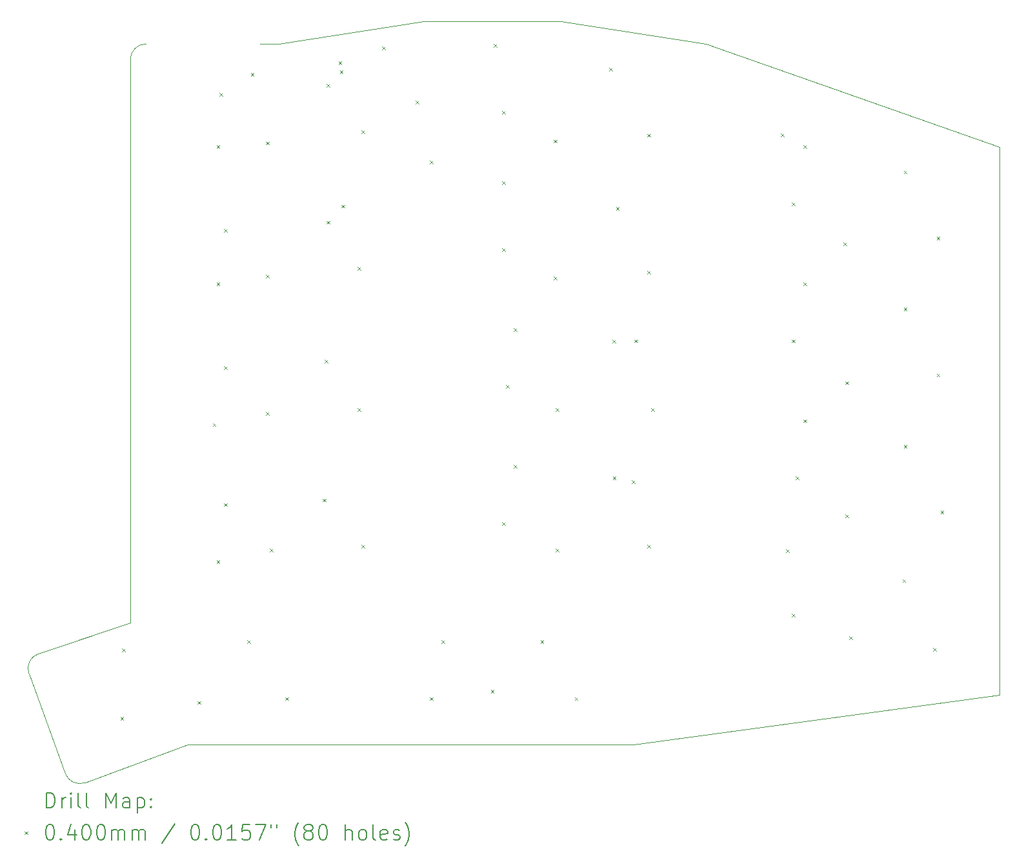
<source format=gbr>
%TF.GenerationSoftware,KiCad,Pcbnew,7.0.1-0*%
%TF.CreationDate,2023-04-06T16:29:40+08:00*%
%TF.ProjectId,Input,496e7075-742e-46b6-9963-61645f706362,2*%
%TF.SameCoordinates,PX7bfa480PY6052340*%
%TF.FileFunction,Drillmap*%
%TF.FilePolarity,Positive*%
%FSLAX45Y45*%
G04 Gerber Fmt 4.5, Leading zero omitted, Abs format (unit mm)*
G04 Created by KiCad (PCBNEW 7.0.1-0) date 2023-04-06 16:29:40*
%MOMM*%
%LPD*%
G01*
G04 APERTURE LIST*
%ADD10C,0.100000*%
%ADD11C,0.200000*%
%ADD12C,0.040000*%
G04 APERTURE END LIST*
D10*
X2900000Y5000000D02*
X1000000Y4700000D01*
X-2162589Y-3310789D02*
G75*
G03*
X-2282123Y-3567134I68409J-187941D01*
G01*
X6600000Y4700000D02*
X4700000Y5000000D01*
X-750000Y4700000D02*
X-750000Y4700000D01*
X-950000Y4500000D02*
X-950000Y-2900000D01*
X1000000Y4700000D02*
X750000Y4700000D01*
X5650000Y-4500000D02*
X10450000Y-3850000D01*
X-200000Y-4500000D02*
X5650000Y-4500000D01*
X-750000Y4700000D02*
G75*
G03*
X-950000Y4500000I0J-200000D01*
G01*
X-1803299Y-4882706D02*
G75*
G03*
X-1546952Y-5002239I187939J68406D01*
G01*
X-1546952Y-5002239D02*
X-200000Y-4500000D01*
X-2162588Y-3310792D02*
X-950000Y-2900000D01*
X10450000Y3350000D02*
X6600000Y4700000D01*
X4700000Y5000000D02*
X2900000Y5000000D01*
X10450000Y-3850000D02*
X10450000Y3350000D01*
X-2282123Y-3567134D02*
X-1803294Y-4882704D01*
D11*
D12*
X-1080000Y-4140000D02*
X-1040000Y-4180000D01*
X-1040000Y-4140000D02*
X-1080000Y-4180000D01*
X-1062385Y-3237615D02*
X-1022385Y-3277615D01*
X-1022385Y-3237615D02*
X-1062385Y-3277615D01*
X-70000Y-3930000D02*
X-30000Y-3970000D01*
X-30000Y-3930000D02*
X-70000Y-3970000D01*
X130000Y-280000D02*
X170000Y-320000D01*
X170000Y-280000D02*
X130000Y-320000D01*
X180000Y3370000D02*
X220000Y3330000D01*
X220000Y3370000D02*
X180000Y3330000D01*
X180000Y1570000D02*
X220000Y1530000D01*
X220000Y1570000D02*
X180000Y1530000D01*
X180000Y-2080000D02*
X220000Y-2120000D01*
X220000Y-2080000D02*
X180000Y-2120000D01*
X216986Y4056986D02*
X256986Y4016986D01*
X256986Y4056986D02*
X216986Y4016986D01*
X280000Y470000D02*
X320000Y430000D01*
X320000Y470000D02*
X280000Y430000D01*
X280000Y-1330000D02*
X320000Y-1370000D01*
X320000Y-1330000D02*
X280000Y-1370000D01*
X280000Y2270000D02*
X320000Y2230000D01*
X320000Y2270000D02*
X280000Y2230000D01*
X580000Y-3130000D02*
X620000Y-3170000D01*
X620000Y-3130000D02*
X580000Y-3170000D01*
X630000Y4323300D02*
X670000Y4283300D01*
X670000Y4323300D02*
X630000Y4283300D01*
X830000Y3420000D02*
X870000Y3380000D01*
X870000Y3420000D02*
X830000Y3380000D01*
X830000Y1670000D02*
X870000Y1630000D01*
X870000Y1670000D02*
X830000Y1630000D01*
X830000Y-130000D02*
X870000Y-170000D01*
X870000Y-130000D02*
X830000Y-170000D01*
X880000Y-1930000D02*
X920000Y-1970000D01*
X920000Y-1930000D02*
X880000Y-1970000D01*
X1080000Y-3880000D02*
X1120000Y-3920000D01*
X1120000Y-3880000D02*
X1080000Y-3920000D01*
X1572500Y-1272500D02*
X1612500Y-1312500D01*
X1612500Y-1272500D02*
X1572500Y-1312500D01*
X1596250Y553750D02*
X1636250Y513750D01*
X1636250Y553750D02*
X1596250Y513750D01*
X1622500Y4177500D02*
X1662500Y4137500D01*
X1662500Y4177500D02*
X1622500Y4137500D01*
X1622500Y2377500D02*
X1662500Y2337500D01*
X1662500Y2377500D02*
X1622500Y2337500D01*
X1780000Y4470000D02*
X1820000Y4430000D01*
X1820000Y4470000D02*
X1780000Y4430000D01*
X1797500Y4352500D02*
X1837500Y4312500D01*
X1837500Y4352500D02*
X1797500Y4312500D01*
X1820000Y2590000D02*
X1860000Y2550000D01*
X1860000Y2590000D02*
X1820000Y2550000D01*
X2030000Y1770000D02*
X2070000Y1730000D01*
X2070000Y1770000D02*
X2030000Y1730000D01*
X2030000Y-80000D02*
X2070000Y-120000D01*
X2070000Y-80000D02*
X2030000Y-120000D01*
X2080000Y3570000D02*
X2120000Y3530000D01*
X2120000Y3570000D02*
X2080000Y3530000D01*
X2080000Y-1880000D02*
X2120000Y-1920000D01*
X2120000Y-1880000D02*
X2080000Y-1920000D01*
X2350000Y4670000D02*
X2390000Y4630000D01*
X2390000Y4670000D02*
X2350000Y4630000D01*
X2795000Y3955000D02*
X2835000Y3915000D01*
X2835000Y3955000D02*
X2795000Y3915000D01*
X2980000Y3170000D02*
X3020000Y3130000D01*
X3020000Y3170000D02*
X2980000Y3130000D01*
X2980000Y-3880000D02*
X3020000Y-3920000D01*
X3020000Y-3880000D02*
X2980000Y-3920000D01*
X3130000Y-3130000D02*
X3170000Y-3170000D01*
X3170000Y-3130000D02*
X3130000Y-3170000D01*
X3780000Y-3780000D02*
X3820000Y-3820000D01*
X3820000Y-3780000D02*
X3780000Y-3820000D01*
X3820000Y4700000D02*
X3860000Y4660000D01*
X3860000Y4700000D02*
X3820000Y4660000D01*
X3930000Y3820000D02*
X3970000Y3780000D01*
X3970000Y3820000D02*
X3930000Y3780000D01*
X3930000Y2897550D02*
X3970000Y2857550D01*
X3970000Y2897550D02*
X3930000Y2857550D01*
X3930000Y2020000D02*
X3970000Y1980000D01*
X3970000Y2020000D02*
X3930000Y1980000D01*
X3930000Y-1580000D02*
X3970000Y-1620000D01*
X3970000Y-1580000D02*
X3930000Y-1620000D01*
X3980000Y220000D02*
X4020000Y180000D01*
X4020000Y220000D02*
X3980000Y180000D01*
X4080000Y970000D02*
X4120000Y930000D01*
X4120000Y970000D02*
X4080000Y930000D01*
X4080000Y-830000D02*
X4120000Y-870000D01*
X4120000Y-830000D02*
X4080000Y-870000D01*
X4430000Y-3130000D02*
X4470000Y-3170000D01*
X4470000Y-3130000D02*
X4430000Y-3170000D01*
X4605500Y3444500D02*
X4645500Y3404500D01*
X4645500Y3444500D02*
X4605500Y3404500D01*
X4605500Y1645500D02*
X4645500Y1605500D01*
X4645500Y1645500D02*
X4605500Y1605500D01*
X4630000Y-80000D02*
X4670000Y-120000D01*
X4670000Y-80000D02*
X4630000Y-120000D01*
X4630000Y-1930000D02*
X4670000Y-1970000D01*
X4670000Y-1930000D02*
X4630000Y-1970000D01*
X4880000Y-3880000D02*
X4920000Y-3920000D01*
X4920000Y-3880000D02*
X4880000Y-3920000D01*
X5330000Y4390000D02*
X5370000Y4350000D01*
X5370000Y4390000D02*
X5330000Y4350000D01*
X5372500Y812500D02*
X5412500Y772500D01*
X5412500Y812500D02*
X5372500Y772500D01*
X5380000Y-980000D02*
X5420000Y-1020000D01*
X5420000Y-980000D02*
X5380000Y-1020000D01*
X5422500Y2562500D02*
X5462500Y2522500D01*
X5462500Y2562500D02*
X5422500Y2522500D01*
X5630000Y-1030000D02*
X5670000Y-1070000D01*
X5670000Y-1030000D02*
X5630000Y-1070000D01*
X5665000Y820000D02*
X5705000Y780000D01*
X5705000Y820000D02*
X5665000Y780000D01*
X5830000Y3520000D02*
X5870000Y3480000D01*
X5870000Y3520000D02*
X5830000Y3480000D01*
X5830000Y1720000D02*
X5870000Y1680000D01*
X5870000Y1720000D02*
X5830000Y1680000D01*
X5830000Y-1880000D02*
X5870000Y-1920000D01*
X5870000Y-1880000D02*
X5830000Y-1920000D01*
X5880000Y-80000D02*
X5920000Y-120000D01*
X5920000Y-80000D02*
X5880000Y-120000D01*
X7587500Y3527500D02*
X7627500Y3487500D01*
X7627500Y3527500D02*
X7587500Y3487500D01*
X7652500Y-1937500D02*
X7692500Y-1977500D01*
X7692500Y-1937500D02*
X7652500Y-1977500D01*
X7730000Y2620000D02*
X7770000Y2580000D01*
X7770000Y2620000D02*
X7730000Y2580000D01*
X7730000Y820000D02*
X7770000Y780000D01*
X7770000Y820000D02*
X7730000Y780000D01*
X7730000Y-2780000D02*
X7770000Y-2820000D01*
X7770000Y-2780000D02*
X7730000Y-2820000D01*
X7780000Y-980000D02*
X7820000Y-1020000D01*
X7820000Y-980000D02*
X7780000Y-1020000D01*
X7880000Y3370000D02*
X7920000Y3330000D01*
X7920000Y3370000D02*
X7880000Y3330000D01*
X7880000Y1570000D02*
X7920000Y1530000D01*
X7920000Y1570000D02*
X7880000Y1530000D01*
X7880000Y-230000D02*
X7920000Y-270000D01*
X7920000Y-230000D02*
X7880000Y-270000D01*
X8405500Y2095500D02*
X8445500Y2055500D01*
X8445500Y2095500D02*
X8405500Y2055500D01*
X8430000Y270000D02*
X8470000Y230000D01*
X8470000Y270000D02*
X8430000Y230000D01*
X8430000Y-1480000D02*
X8470000Y-1520000D01*
X8470000Y-1480000D02*
X8430000Y-1520000D01*
X8480000Y-3080000D02*
X8520000Y-3120000D01*
X8520000Y-3080000D02*
X8480000Y-3120000D01*
X9180000Y-2330000D02*
X9220000Y-2370000D01*
X9220000Y-2330000D02*
X9180000Y-2370000D01*
X9197500Y3037500D02*
X9237500Y2997500D01*
X9237500Y3037500D02*
X9197500Y2997500D01*
X9197500Y1237500D02*
X9237500Y1197500D01*
X9237500Y1237500D02*
X9197500Y1197500D01*
X9197500Y-562500D02*
X9237500Y-602500D01*
X9237500Y-562500D02*
X9197500Y-602500D01*
X9580000Y-3230000D02*
X9620000Y-3270000D01*
X9620000Y-3230000D02*
X9580000Y-3270000D01*
X9630000Y2170000D02*
X9670000Y2130000D01*
X9670000Y2170000D02*
X9630000Y2130000D01*
X9630000Y370000D02*
X9670000Y330000D01*
X9670000Y370000D02*
X9630000Y330000D01*
X9680000Y-1430000D02*
X9720000Y-1470000D01*
X9720000Y-1430000D02*
X9680000Y-1470000D01*
D11*
X-2051565Y-5331825D02*
X-2051565Y-5131825D01*
X-2051565Y-5131825D02*
X-2003946Y-5131825D01*
X-2003946Y-5131825D02*
X-1975374Y-5141349D01*
X-1975374Y-5141349D02*
X-1956327Y-5160397D01*
X-1956327Y-5160397D02*
X-1946803Y-5179444D01*
X-1946803Y-5179444D02*
X-1937279Y-5217539D01*
X-1937279Y-5217539D02*
X-1937279Y-5246111D01*
X-1937279Y-5246111D02*
X-1946803Y-5284206D01*
X-1946803Y-5284206D02*
X-1956327Y-5303254D01*
X-1956327Y-5303254D02*
X-1975374Y-5322301D01*
X-1975374Y-5322301D02*
X-2003946Y-5331825D01*
X-2003946Y-5331825D02*
X-2051565Y-5331825D01*
X-1851565Y-5331825D02*
X-1851565Y-5198492D01*
X-1851565Y-5236587D02*
X-1842041Y-5217539D01*
X-1842041Y-5217539D02*
X-1832517Y-5208016D01*
X-1832517Y-5208016D02*
X-1813470Y-5198492D01*
X-1813470Y-5198492D02*
X-1794422Y-5198492D01*
X-1727755Y-5331825D02*
X-1727755Y-5198492D01*
X-1727755Y-5131825D02*
X-1737279Y-5141349D01*
X-1737279Y-5141349D02*
X-1727755Y-5150873D01*
X-1727755Y-5150873D02*
X-1718231Y-5141349D01*
X-1718231Y-5141349D02*
X-1727755Y-5131825D01*
X-1727755Y-5131825D02*
X-1727755Y-5150873D01*
X-1603946Y-5331825D02*
X-1622993Y-5322301D01*
X-1622993Y-5322301D02*
X-1632517Y-5303254D01*
X-1632517Y-5303254D02*
X-1632517Y-5131825D01*
X-1499184Y-5331825D02*
X-1518231Y-5322301D01*
X-1518231Y-5322301D02*
X-1527755Y-5303254D01*
X-1527755Y-5303254D02*
X-1527755Y-5131825D01*
X-1270612Y-5331825D02*
X-1270612Y-5131825D01*
X-1270612Y-5131825D02*
X-1203946Y-5274682D01*
X-1203946Y-5274682D02*
X-1137279Y-5131825D01*
X-1137279Y-5131825D02*
X-1137279Y-5331825D01*
X-956327Y-5331825D02*
X-956327Y-5227063D01*
X-956327Y-5227063D02*
X-965850Y-5208016D01*
X-965850Y-5208016D02*
X-984898Y-5198492D01*
X-984898Y-5198492D02*
X-1022993Y-5198492D01*
X-1022993Y-5198492D02*
X-1042041Y-5208016D01*
X-956327Y-5322301D02*
X-975374Y-5331825D01*
X-975374Y-5331825D02*
X-1022993Y-5331825D01*
X-1022993Y-5331825D02*
X-1042041Y-5322301D01*
X-1042041Y-5322301D02*
X-1051565Y-5303254D01*
X-1051565Y-5303254D02*
X-1051565Y-5284206D01*
X-1051565Y-5284206D02*
X-1042041Y-5265159D01*
X-1042041Y-5265159D02*
X-1022993Y-5255635D01*
X-1022993Y-5255635D02*
X-975374Y-5255635D01*
X-975374Y-5255635D02*
X-956327Y-5246111D01*
X-861089Y-5198492D02*
X-861089Y-5398492D01*
X-861089Y-5208016D02*
X-842041Y-5198492D01*
X-842041Y-5198492D02*
X-803946Y-5198492D01*
X-803946Y-5198492D02*
X-784898Y-5208016D01*
X-784898Y-5208016D02*
X-775374Y-5217539D01*
X-775374Y-5217539D02*
X-765850Y-5236587D01*
X-765850Y-5236587D02*
X-765850Y-5293730D01*
X-765850Y-5293730D02*
X-775374Y-5312778D01*
X-775374Y-5312778D02*
X-784898Y-5322301D01*
X-784898Y-5322301D02*
X-803946Y-5331825D01*
X-803946Y-5331825D02*
X-842041Y-5331825D01*
X-842041Y-5331825D02*
X-861089Y-5322301D01*
X-680136Y-5312778D02*
X-670612Y-5322301D01*
X-670612Y-5322301D02*
X-680136Y-5331825D01*
X-680136Y-5331825D02*
X-689660Y-5322301D01*
X-689660Y-5322301D02*
X-680136Y-5312778D01*
X-680136Y-5312778D02*
X-680136Y-5331825D01*
X-680136Y-5208016D02*
X-670612Y-5217539D01*
X-670612Y-5217539D02*
X-680136Y-5227063D01*
X-680136Y-5227063D02*
X-689660Y-5217539D01*
X-689660Y-5217539D02*
X-680136Y-5208016D01*
X-680136Y-5208016D02*
X-680136Y-5227063D01*
D12*
X-2339184Y-5639301D02*
X-2299184Y-5679301D01*
X-2299184Y-5639301D02*
X-2339184Y-5679301D01*
D11*
X-2013470Y-5551825D02*
X-1994422Y-5551825D01*
X-1994422Y-5551825D02*
X-1975374Y-5561349D01*
X-1975374Y-5561349D02*
X-1965850Y-5570873D01*
X-1965850Y-5570873D02*
X-1956327Y-5589920D01*
X-1956327Y-5589920D02*
X-1946803Y-5628016D01*
X-1946803Y-5628016D02*
X-1946803Y-5675635D01*
X-1946803Y-5675635D02*
X-1956327Y-5713730D01*
X-1956327Y-5713730D02*
X-1965850Y-5732777D01*
X-1965850Y-5732777D02*
X-1975374Y-5742301D01*
X-1975374Y-5742301D02*
X-1994422Y-5751825D01*
X-1994422Y-5751825D02*
X-2013470Y-5751825D01*
X-2013470Y-5751825D02*
X-2032517Y-5742301D01*
X-2032517Y-5742301D02*
X-2042041Y-5732777D01*
X-2042041Y-5732777D02*
X-2051565Y-5713730D01*
X-2051565Y-5713730D02*
X-2061089Y-5675635D01*
X-2061089Y-5675635D02*
X-2061089Y-5628016D01*
X-2061089Y-5628016D02*
X-2051565Y-5589920D01*
X-2051565Y-5589920D02*
X-2042041Y-5570873D01*
X-2042041Y-5570873D02*
X-2032517Y-5561349D01*
X-2032517Y-5561349D02*
X-2013470Y-5551825D01*
X-1861089Y-5732777D02*
X-1851565Y-5742301D01*
X-1851565Y-5742301D02*
X-1861089Y-5751825D01*
X-1861089Y-5751825D02*
X-1870612Y-5742301D01*
X-1870612Y-5742301D02*
X-1861089Y-5732777D01*
X-1861089Y-5732777D02*
X-1861089Y-5751825D01*
X-1680136Y-5618492D02*
X-1680136Y-5751825D01*
X-1727755Y-5542301D02*
X-1775374Y-5685158D01*
X-1775374Y-5685158D02*
X-1651565Y-5685158D01*
X-1537279Y-5551825D02*
X-1518231Y-5551825D01*
X-1518231Y-5551825D02*
X-1499184Y-5561349D01*
X-1499184Y-5561349D02*
X-1489660Y-5570873D01*
X-1489660Y-5570873D02*
X-1480136Y-5589920D01*
X-1480136Y-5589920D02*
X-1470612Y-5628016D01*
X-1470612Y-5628016D02*
X-1470612Y-5675635D01*
X-1470612Y-5675635D02*
X-1480136Y-5713730D01*
X-1480136Y-5713730D02*
X-1489660Y-5732777D01*
X-1489660Y-5732777D02*
X-1499184Y-5742301D01*
X-1499184Y-5742301D02*
X-1518231Y-5751825D01*
X-1518231Y-5751825D02*
X-1537279Y-5751825D01*
X-1537279Y-5751825D02*
X-1556327Y-5742301D01*
X-1556327Y-5742301D02*
X-1565850Y-5732777D01*
X-1565850Y-5732777D02*
X-1575374Y-5713730D01*
X-1575374Y-5713730D02*
X-1584898Y-5675635D01*
X-1584898Y-5675635D02*
X-1584898Y-5628016D01*
X-1584898Y-5628016D02*
X-1575374Y-5589920D01*
X-1575374Y-5589920D02*
X-1565850Y-5570873D01*
X-1565850Y-5570873D02*
X-1556327Y-5561349D01*
X-1556327Y-5561349D02*
X-1537279Y-5551825D01*
X-1346803Y-5551825D02*
X-1327755Y-5551825D01*
X-1327755Y-5551825D02*
X-1308708Y-5561349D01*
X-1308708Y-5561349D02*
X-1299184Y-5570873D01*
X-1299184Y-5570873D02*
X-1289660Y-5589920D01*
X-1289660Y-5589920D02*
X-1280136Y-5628016D01*
X-1280136Y-5628016D02*
X-1280136Y-5675635D01*
X-1280136Y-5675635D02*
X-1289660Y-5713730D01*
X-1289660Y-5713730D02*
X-1299184Y-5732777D01*
X-1299184Y-5732777D02*
X-1308708Y-5742301D01*
X-1308708Y-5742301D02*
X-1327755Y-5751825D01*
X-1327755Y-5751825D02*
X-1346803Y-5751825D01*
X-1346803Y-5751825D02*
X-1365851Y-5742301D01*
X-1365851Y-5742301D02*
X-1375374Y-5732777D01*
X-1375374Y-5732777D02*
X-1384898Y-5713730D01*
X-1384898Y-5713730D02*
X-1394422Y-5675635D01*
X-1394422Y-5675635D02*
X-1394422Y-5628016D01*
X-1394422Y-5628016D02*
X-1384898Y-5589920D01*
X-1384898Y-5589920D02*
X-1375374Y-5570873D01*
X-1375374Y-5570873D02*
X-1365851Y-5561349D01*
X-1365851Y-5561349D02*
X-1346803Y-5551825D01*
X-1194422Y-5751825D02*
X-1194422Y-5618492D01*
X-1194422Y-5637539D02*
X-1184898Y-5628016D01*
X-1184898Y-5628016D02*
X-1165851Y-5618492D01*
X-1165851Y-5618492D02*
X-1137279Y-5618492D01*
X-1137279Y-5618492D02*
X-1118231Y-5628016D01*
X-1118231Y-5628016D02*
X-1108708Y-5647063D01*
X-1108708Y-5647063D02*
X-1108708Y-5751825D01*
X-1108708Y-5647063D02*
X-1099184Y-5628016D01*
X-1099184Y-5628016D02*
X-1080136Y-5618492D01*
X-1080136Y-5618492D02*
X-1051565Y-5618492D01*
X-1051565Y-5618492D02*
X-1032517Y-5628016D01*
X-1032517Y-5628016D02*
X-1022993Y-5647063D01*
X-1022993Y-5647063D02*
X-1022993Y-5751825D01*
X-927755Y-5751825D02*
X-927755Y-5618492D01*
X-927755Y-5637539D02*
X-918231Y-5628016D01*
X-918231Y-5628016D02*
X-899184Y-5618492D01*
X-899184Y-5618492D02*
X-870612Y-5618492D01*
X-870612Y-5618492D02*
X-851565Y-5628016D01*
X-851565Y-5628016D02*
X-842041Y-5647063D01*
X-842041Y-5647063D02*
X-842041Y-5751825D01*
X-842041Y-5647063D02*
X-832517Y-5628016D01*
X-832517Y-5628016D02*
X-813469Y-5618492D01*
X-813469Y-5618492D02*
X-784898Y-5618492D01*
X-784898Y-5618492D02*
X-765850Y-5628016D01*
X-765850Y-5628016D02*
X-756327Y-5647063D01*
X-756327Y-5647063D02*
X-756327Y-5751825D01*
X-365850Y-5542301D02*
X-537279Y-5799444D01*
X-108707Y-5551825D02*
X-89660Y-5551825D01*
X-89660Y-5551825D02*
X-70612Y-5561349D01*
X-70612Y-5561349D02*
X-61088Y-5570873D01*
X-61088Y-5570873D02*
X-51565Y-5589920D01*
X-51565Y-5589920D02*
X-42041Y-5628016D01*
X-42041Y-5628016D02*
X-42041Y-5675635D01*
X-42041Y-5675635D02*
X-51565Y-5713730D01*
X-51565Y-5713730D02*
X-61088Y-5732777D01*
X-61088Y-5732777D02*
X-70612Y-5742301D01*
X-70612Y-5742301D02*
X-89660Y-5751825D01*
X-89660Y-5751825D02*
X-108707Y-5751825D01*
X-108707Y-5751825D02*
X-127755Y-5742301D01*
X-127755Y-5742301D02*
X-137279Y-5732777D01*
X-137279Y-5732777D02*
X-146803Y-5713730D01*
X-146803Y-5713730D02*
X-156327Y-5675635D01*
X-156327Y-5675635D02*
X-156327Y-5628016D01*
X-156327Y-5628016D02*
X-146803Y-5589920D01*
X-146803Y-5589920D02*
X-137279Y-5570873D01*
X-137279Y-5570873D02*
X-127755Y-5561349D01*
X-127755Y-5561349D02*
X-108707Y-5551825D01*
X43674Y-5732777D02*
X53197Y-5742301D01*
X53197Y-5742301D02*
X43674Y-5751825D01*
X43674Y-5751825D02*
X34150Y-5742301D01*
X34150Y-5742301D02*
X43674Y-5732777D01*
X43674Y-5732777D02*
X43674Y-5751825D01*
X177007Y-5551825D02*
X196054Y-5551825D01*
X196054Y-5551825D02*
X215102Y-5561349D01*
X215102Y-5561349D02*
X224626Y-5570873D01*
X224626Y-5570873D02*
X234150Y-5589920D01*
X234150Y-5589920D02*
X243673Y-5628016D01*
X243673Y-5628016D02*
X243673Y-5675635D01*
X243673Y-5675635D02*
X234150Y-5713730D01*
X234150Y-5713730D02*
X224626Y-5732777D01*
X224626Y-5732777D02*
X215102Y-5742301D01*
X215102Y-5742301D02*
X196054Y-5751825D01*
X196054Y-5751825D02*
X177007Y-5751825D01*
X177007Y-5751825D02*
X157959Y-5742301D01*
X157959Y-5742301D02*
X148435Y-5732777D01*
X148435Y-5732777D02*
X138912Y-5713730D01*
X138912Y-5713730D02*
X129388Y-5675635D01*
X129388Y-5675635D02*
X129388Y-5628016D01*
X129388Y-5628016D02*
X138912Y-5589920D01*
X138912Y-5589920D02*
X148435Y-5570873D01*
X148435Y-5570873D02*
X157959Y-5561349D01*
X157959Y-5561349D02*
X177007Y-5551825D01*
X434150Y-5751825D02*
X319864Y-5751825D01*
X377007Y-5751825D02*
X377007Y-5551825D01*
X377007Y-5551825D02*
X357959Y-5580397D01*
X357959Y-5580397D02*
X338912Y-5599444D01*
X338912Y-5599444D02*
X319864Y-5608968D01*
X615102Y-5551825D02*
X519864Y-5551825D01*
X519864Y-5551825D02*
X510340Y-5647063D01*
X510340Y-5647063D02*
X519864Y-5637539D01*
X519864Y-5637539D02*
X538912Y-5628016D01*
X538912Y-5628016D02*
X586531Y-5628016D01*
X586531Y-5628016D02*
X605578Y-5637539D01*
X605578Y-5637539D02*
X615102Y-5647063D01*
X615102Y-5647063D02*
X624626Y-5666111D01*
X624626Y-5666111D02*
X624626Y-5713730D01*
X624626Y-5713730D02*
X615102Y-5732777D01*
X615102Y-5732777D02*
X605578Y-5742301D01*
X605578Y-5742301D02*
X586531Y-5751825D01*
X586531Y-5751825D02*
X538912Y-5751825D01*
X538912Y-5751825D02*
X519864Y-5742301D01*
X519864Y-5742301D02*
X510340Y-5732777D01*
X691293Y-5551825D02*
X824626Y-5551825D01*
X824626Y-5551825D02*
X738912Y-5751825D01*
X891293Y-5551825D02*
X891293Y-5589920D01*
X967483Y-5551825D02*
X967483Y-5589920D01*
X1262721Y-5828016D02*
X1253197Y-5818492D01*
X1253197Y-5818492D02*
X1234150Y-5789920D01*
X1234150Y-5789920D02*
X1224626Y-5770873D01*
X1224626Y-5770873D02*
X1215102Y-5742301D01*
X1215102Y-5742301D02*
X1205578Y-5694682D01*
X1205578Y-5694682D02*
X1205578Y-5656587D01*
X1205578Y-5656587D02*
X1215102Y-5608968D01*
X1215102Y-5608968D02*
X1224626Y-5580397D01*
X1224626Y-5580397D02*
X1234150Y-5561349D01*
X1234150Y-5561349D02*
X1253197Y-5532778D01*
X1253197Y-5532778D02*
X1262721Y-5523254D01*
X1367483Y-5637539D02*
X1348436Y-5628016D01*
X1348436Y-5628016D02*
X1338912Y-5618492D01*
X1338912Y-5618492D02*
X1329388Y-5599444D01*
X1329388Y-5599444D02*
X1329388Y-5589920D01*
X1329388Y-5589920D02*
X1338912Y-5570873D01*
X1338912Y-5570873D02*
X1348436Y-5561349D01*
X1348436Y-5561349D02*
X1367483Y-5551825D01*
X1367483Y-5551825D02*
X1405578Y-5551825D01*
X1405578Y-5551825D02*
X1424626Y-5561349D01*
X1424626Y-5561349D02*
X1434150Y-5570873D01*
X1434150Y-5570873D02*
X1443674Y-5589920D01*
X1443674Y-5589920D02*
X1443674Y-5599444D01*
X1443674Y-5599444D02*
X1434150Y-5618492D01*
X1434150Y-5618492D02*
X1424626Y-5628016D01*
X1424626Y-5628016D02*
X1405578Y-5637539D01*
X1405578Y-5637539D02*
X1367483Y-5637539D01*
X1367483Y-5637539D02*
X1348436Y-5647063D01*
X1348436Y-5647063D02*
X1338912Y-5656587D01*
X1338912Y-5656587D02*
X1329388Y-5675635D01*
X1329388Y-5675635D02*
X1329388Y-5713730D01*
X1329388Y-5713730D02*
X1338912Y-5732777D01*
X1338912Y-5732777D02*
X1348436Y-5742301D01*
X1348436Y-5742301D02*
X1367483Y-5751825D01*
X1367483Y-5751825D02*
X1405578Y-5751825D01*
X1405578Y-5751825D02*
X1424626Y-5742301D01*
X1424626Y-5742301D02*
X1434150Y-5732777D01*
X1434150Y-5732777D02*
X1443674Y-5713730D01*
X1443674Y-5713730D02*
X1443674Y-5675635D01*
X1443674Y-5675635D02*
X1434150Y-5656587D01*
X1434150Y-5656587D02*
X1424626Y-5647063D01*
X1424626Y-5647063D02*
X1405578Y-5637539D01*
X1567483Y-5551825D02*
X1586531Y-5551825D01*
X1586531Y-5551825D02*
X1605578Y-5561349D01*
X1605578Y-5561349D02*
X1615102Y-5570873D01*
X1615102Y-5570873D02*
X1624626Y-5589920D01*
X1624626Y-5589920D02*
X1634150Y-5628016D01*
X1634150Y-5628016D02*
X1634150Y-5675635D01*
X1634150Y-5675635D02*
X1624626Y-5713730D01*
X1624626Y-5713730D02*
X1615102Y-5732777D01*
X1615102Y-5732777D02*
X1605578Y-5742301D01*
X1605578Y-5742301D02*
X1586531Y-5751825D01*
X1586531Y-5751825D02*
X1567483Y-5751825D01*
X1567483Y-5751825D02*
X1548435Y-5742301D01*
X1548435Y-5742301D02*
X1538912Y-5732777D01*
X1538912Y-5732777D02*
X1529388Y-5713730D01*
X1529388Y-5713730D02*
X1519864Y-5675635D01*
X1519864Y-5675635D02*
X1519864Y-5628016D01*
X1519864Y-5628016D02*
X1529388Y-5589920D01*
X1529388Y-5589920D02*
X1538912Y-5570873D01*
X1538912Y-5570873D02*
X1548435Y-5561349D01*
X1548435Y-5561349D02*
X1567483Y-5551825D01*
X1872245Y-5751825D02*
X1872245Y-5551825D01*
X1957959Y-5751825D02*
X1957959Y-5647063D01*
X1957959Y-5647063D02*
X1948436Y-5628016D01*
X1948436Y-5628016D02*
X1929388Y-5618492D01*
X1929388Y-5618492D02*
X1900816Y-5618492D01*
X1900816Y-5618492D02*
X1881769Y-5628016D01*
X1881769Y-5628016D02*
X1872245Y-5637539D01*
X2081769Y-5751825D02*
X2062721Y-5742301D01*
X2062721Y-5742301D02*
X2053197Y-5732777D01*
X2053197Y-5732777D02*
X2043674Y-5713730D01*
X2043674Y-5713730D02*
X2043674Y-5656587D01*
X2043674Y-5656587D02*
X2053197Y-5637539D01*
X2053197Y-5637539D02*
X2062721Y-5628016D01*
X2062721Y-5628016D02*
X2081769Y-5618492D01*
X2081769Y-5618492D02*
X2110340Y-5618492D01*
X2110340Y-5618492D02*
X2129388Y-5628016D01*
X2129388Y-5628016D02*
X2138912Y-5637539D01*
X2138912Y-5637539D02*
X2148436Y-5656587D01*
X2148436Y-5656587D02*
X2148436Y-5713730D01*
X2148436Y-5713730D02*
X2138912Y-5732777D01*
X2138912Y-5732777D02*
X2129388Y-5742301D01*
X2129388Y-5742301D02*
X2110340Y-5751825D01*
X2110340Y-5751825D02*
X2081769Y-5751825D01*
X2262721Y-5751825D02*
X2243674Y-5742301D01*
X2243674Y-5742301D02*
X2234150Y-5723254D01*
X2234150Y-5723254D02*
X2234150Y-5551825D01*
X2415102Y-5742301D02*
X2396055Y-5751825D01*
X2396055Y-5751825D02*
X2357959Y-5751825D01*
X2357959Y-5751825D02*
X2338912Y-5742301D01*
X2338912Y-5742301D02*
X2329388Y-5723254D01*
X2329388Y-5723254D02*
X2329388Y-5647063D01*
X2329388Y-5647063D02*
X2338912Y-5628016D01*
X2338912Y-5628016D02*
X2357959Y-5618492D01*
X2357959Y-5618492D02*
X2396055Y-5618492D01*
X2396055Y-5618492D02*
X2415102Y-5628016D01*
X2415102Y-5628016D02*
X2424626Y-5647063D01*
X2424626Y-5647063D02*
X2424626Y-5666111D01*
X2424626Y-5666111D02*
X2329388Y-5685158D01*
X2500817Y-5742301D02*
X2519864Y-5751825D01*
X2519864Y-5751825D02*
X2557959Y-5751825D01*
X2557959Y-5751825D02*
X2577007Y-5742301D01*
X2577007Y-5742301D02*
X2586531Y-5723254D01*
X2586531Y-5723254D02*
X2586531Y-5713730D01*
X2586531Y-5713730D02*
X2577007Y-5694682D01*
X2577007Y-5694682D02*
X2557959Y-5685158D01*
X2557959Y-5685158D02*
X2529388Y-5685158D01*
X2529388Y-5685158D02*
X2510340Y-5675635D01*
X2510340Y-5675635D02*
X2500817Y-5656587D01*
X2500817Y-5656587D02*
X2500817Y-5647063D01*
X2500817Y-5647063D02*
X2510340Y-5628016D01*
X2510340Y-5628016D02*
X2529388Y-5618492D01*
X2529388Y-5618492D02*
X2557959Y-5618492D01*
X2557959Y-5618492D02*
X2577007Y-5628016D01*
X2653198Y-5828016D02*
X2662721Y-5818492D01*
X2662721Y-5818492D02*
X2681769Y-5789920D01*
X2681769Y-5789920D02*
X2691293Y-5770873D01*
X2691293Y-5770873D02*
X2700817Y-5742301D01*
X2700817Y-5742301D02*
X2710340Y-5694682D01*
X2710340Y-5694682D02*
X2710340Y-5656587D01*
X2710340Y-5656587D02*
X2700817Y-5608968D01*
X2700817Y-5608968D02*
X2691293Y-5580397D01*
X2691293Y-5580397D02*
X2681769Y-5561349D01*
X2681769Y-5561349D02*
X2662721Y-5532778D01*
X2662721Y-5532778D02*
X2653198Y-5523254D01*
M02*

</source>
